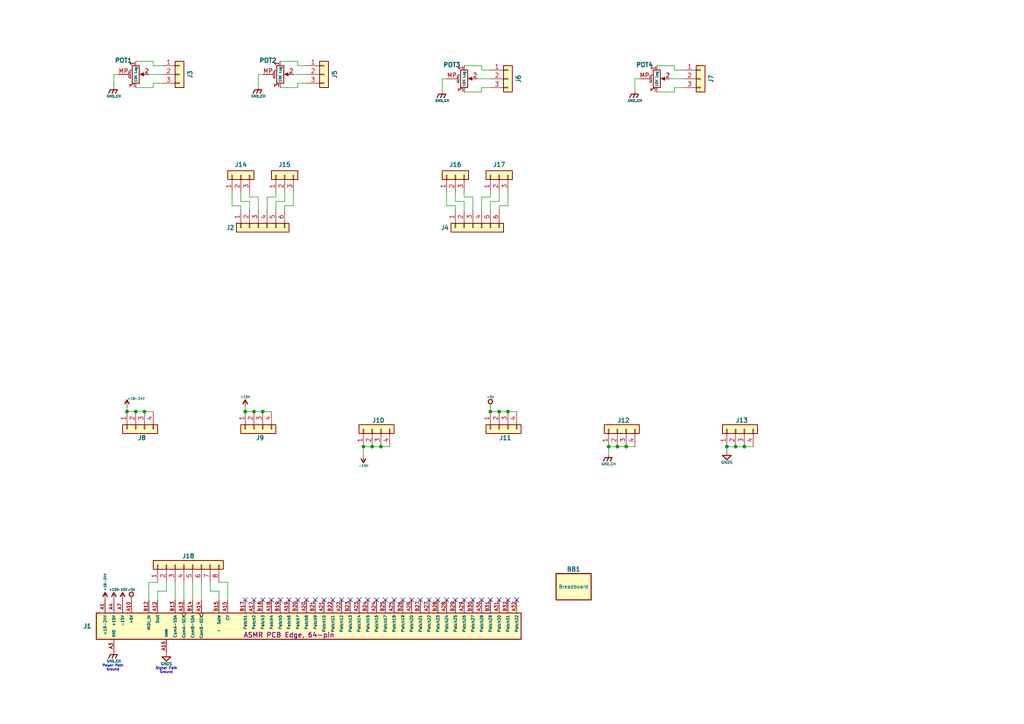
<source format=kicad_sch>
(kicad_sch (version 20250114) (generator "eeschema") (generator_version "9.0")
  (paper "A4")
  (title_block (title "DreamLand Proto Pad for ASMR") (date "2025-09-09") (rev "A") (company "by Circuit Monkey") (comment 1 "for ASMR :: Advanced Synth Module Rack") (comment 2 "Experimenters Playground PCB."))
  (lib_symbols
    (symbol "CM_Connector_Edge:ASMR-64-Edge" (in_bom no)
      (property "Reference" "J" (at -36.83 1.27 0))
      (property "Description" "ASMR PCB Edge, 64-pin" (at 20.32 -1.27 0))
      (symbol "ASMR-64-Edge_1_1"
        (rectangle (start -35.56 5.08) (end 87.63 -2.54) (stroke (width 0.3)) (fill (type background)))
        (pin power_out line (at -33.02 8.89 270) (length 3.81) (name "+18-24V") (number "A1"))
        (pin power_out line (at -33.02 8.89 270) (length 3.81) (hide yes) (name "+18-24V") (number "A2"))
        (pin power_out line (at -33.02 8.89 270) (length 3.81) (hide yes) (name "+18-24V") (number "B1"))
        (pin power_out line (at -33.02 8.89 270) (length 3.81) (hide yes) (name "+18-24V") (number "B2"))
        (pin power_out line (at -30.48 8.89 270) (length 3.81) (name "+15V") (number "A4"))
        (pin power_out line (at -30.48 8.89 270) (length 3.81) (hide yes) (name "+15V") (number "A5"))
        (pin power_out line (at -30.48 8.89 270) (length 3.81) (hide yes) (name "+15V") (number "B4"))
        (pin power_out line (at -30.48 8.89 270) (length 3.81) (hide yes) (name "+15V") (number "B5"))
        (pin power_out line (at -30.48 -6.35 90) (length 3.81) (name "GND") (number "A3"))
        (pin power_out line (at -30.48 -6.35 90) (length 3.81) (hide yes) (name "GND") (number "A6"))
        (pin power_out line (at -30.48 -6.35 90) (length 3.81) (hide yes) (name "GND") (number "A9"))
        (pin power_out line (at -30.48 -6.35 90) (length 3.81) (hide yes) (name "GND") (number "B3"))
        (pin power_out line (at -30.48 -6.35 90) (length 3.81) (hide yes) (name "GND") (number "B6"))
        (pin power_out line (at -30.48 -6.35 90) (length 3.81) (hide yes) (name "GND") (number "B9"))
        (pin power_out line (at -27.94 8.89 270) (length 3.81) (name "-15V") (number "A7"))
        (pin power_out line (at -27.94 8.89 270) (length 3.81) (hide yes) (name "-15V") (number "A8"))
        (pin power_out line (at -27.94 8.89 270) (length 3.81) (hide yes) (name "-15V") (number "B7"))
        (pin power_out line (at -27.94 8.89 270) (length 3.81) (hide yes) (name "-15V") (number "B8"))
        (pin power_out line (at -25.4 8.89 270) (length 3.81) (name "+5V") (number "A10"))
        (pin power_out line (at -25.4 8.89 270) (length 3.81) (hide yes) (name "+5V") (number "A11"))
        (pin power_out line (at -25.4 8.89 270) (length 3.81) (hide yes) (name "+5V") (number "B10"))
        (pin power_out line (at -25.4 8.89 270) (length 3.81) (hide yes) (name "+5V") (number "B11"))
        (pin output line (at -20.32 8.89 270) (length 3.81) (name "MIDI_IN") (number "B12"))
        (pin passive line (at -17.78 8.89 270) (length 3.81) (name "Slot") (number "A12"))
        (pin passive line (at -15.24 -6.35 90) (length 3.81) (name "SGND") (number "A16"))
        (pin passive line (at -15.24 -6.35 90) (length 3.81) (hide yes) (name "SGND") (number "B16"))
        (pin passive line (at -12.7 8.89 270) (length 3.81) (name "ComA-SDA") (number "B13"))
        (pin passive clock (at -10.16 8.89 270) (length 3.81) (name "ComA-SCK") (number "A13"))
        (pin passive line (at -7.62 8.89 270) (length 3.81) (name "ComB-SDA") (number "B14"))
        (pin passive clock (at -5.08 8.89 270) (length 3.81) (name "ComB-SCK") (number "A14"))
        (pin passive line (at 0 8.89 270) (length 3.81) (name "Gate") (number "B15"))
        (pin passive line (at 2.54 8.89 270) (length 3.81) (name "CV") (number "A15"))
        (pin passive line (at 7.62 8.89 270) (length 3.81) (name "Patch1") (number "B17"))
        (pin passive line (at 10.16 8.89 270) (length 3.81) (name "Patch2") (number "A17"))
        (pin passive line (at 12.7 8.89 270) (length 3.81) (name "Patch3") (number "B18"))
        (pin passive line (at 15.24 8.89 270) (length 3.81) (name "Patch4") (number "A18"))
        (pin passive line (at 17.78 8.89 270) (length 3.81) (name "Patch5") (number "B19"))
        (pin passive line (at 20.32 8.89 270) (length 3.81) (name "Patch6") (number "A19"))
        (pin passive line (at 22.86 8.89 270) (length 3.81) (name "Patch7") (number "B20"))
        (pin passive line (at 25.4 8.89 270) (length 3.81) (name "Patch8") (number "A20"))
        (pin passive line (at 27.94 8.89 270) (length 3.81) (name "Patch9") (number "B21"))
        (pin passive line (at 30.48 8.89 270) (length 3.81) (name "Patch10") (number "A21"))
        (pin passive line (at 33.02 8.89 270) (length 3.81) (name "Patch11") (number "B22"))
        (pin passive line (at 35.56 8.89 270) (length 3.81) (name "Patch12") (number "A22"))
        (pin passive line (at 38.1 8.89 270) (length 3.81) (name "Patch13") (number "B23"))
        (pin passive line (at 40.64 8.89 270) (length 3.81) (name "Patch14") (number "A23"))
        (pin passive line (at 43.18 8.89 270) (length 3.81) (name "Patch15") (number "B24"))
        (pin passive line (at 45.72 8.89 270) (length 3.81) (name "Patch16") (number "A24"))
        (pin passive line (at 48.26 8.89 270) (length 3.81) (name "Patch17") (number "B25"))
        (pin passive line (at 50.8 8.89 270) (length 3.81) (name "Patch18") (number "A25"))
        (pin passive line (at 53.34 8.89 270) (length 3.81) (name "Patch19") (number "B26"))
        (pin passive line (at 55.88 8.89 270) (length 3.81) (name "Patch20") (number "A26"))
        (pin passive line (at 58.42 8.89 270) (length 3.81) (name "Patch21") (number "B27"))
        (pin passive line (at 60.96 8.89 270) (length 3.81) (name "Patch22") (number "A27"))
        (pin passive line (at 63.5 8.89 270) (length 3.81) (name "Patch23") (number "B28"))
        (pin passive line (at 66.04 8.89 270) (length 3.81) (name "Patch24") (number "A28"))
        (pin passive line (at 68.58 8.89 270) (length 3.81) (name "Patch25") (number "B29"))
        (pin passive line (at 71.12 8.89 270) (length 3.81) (name "Patch26") (number "A29"))
        (pin passive line (at 73.66 8.89 270) (length 3.81) (name "Patch27") (number "B30"))
        (pin passive line (at 76.2 8.89 270) (length 3.81) (name "Patch28") (number "A30"))
        (pin passive line (at 78.74 8.89 270) (length 3.81) (name "Patch29") (number "B31"))
        (pin passive line (at 81.28 8.89 270) (length 3.81) (name "Patch30") (number "A31"))
        (pin passive line (at 83.82 8.89 270) (length 3.81) (name "Patch31") (number "B32"))
        (pin passive line (at 86.36 8.89 270) (length 3.81) (name "Patch32") (number "A32"))
      )
    )
    (symbol "CM_Connector_Header:BreadBaord"
      (property "Reference" "BB" (at 0 5.08 0))
      (property "Value" "Breadboard" (at 0 0 0))
      (symbol "BreadBaord_1_1"
        (rectangle (start -5.08 3.81) (end 5.08 -3.81) (stroke (width 0.33)) (fill (type background)))
      )
    )
    (symbol "CM_power:+15V" (power) (pin_numbers (hide yes)) (pin_names (offset 0) (hide yes))
      (property "Value" "+15V" (at 0 2.5 0))
      (symbol "+15V_0_1"
        (polyline (pts (xy -0.625 1) (xy 0 2.125) (xy 0.625 1)) (stroke (width 0.33)))
        (polyline (pts (xy 0 0) (xy 0 2)))
      )
      (symbol "+15V_1_1"
        (pin power_in line (at 0 0 90) (length 0) (name "~") (number "1"))
      )
    )
    (symbol "CM_power:+24V" (power) (pin_numbers (hide yes)) (pin_names (offset 0) (hide yes))
      (property "Value" "+24V" (at 0 2.5 0))
      (symbol "+24V_0_1"
        (polyline (pts (xy -0.625 1) (xy 0 2.125) (xy 0.625 1)) (stroke (width 0.33)))
        (polyline (pts (xy 0 0) (xy 0 1.75)))
      )
      (symbol "+24V_1_1"
        (polyline (pts (xy -0.25 1.5) (xy 0.25 1.5)) (stroke (width 0.3)))
        (pin power_in line (at 0 0 90) (length 0) (name "~") (number "1"))
      )
    )
    (symbol "CM_power:+5V" (power) (pin_numbers (hide yes)) (pin_names (offset 0) (hide yes))
      (property "Value" "+5V" (at 0 2.5 0))
      (symbol "+5V_0_1"
        (circle (center 0 1.625) (radius 0.625) (stroke (width 0.3)))
        (polyline (pts (xy 0 0) (xy 0 1)))
      )
      (symbol "+5V_1_1"
        (pin power_in line (at 0 0 90) (length 0) (name "~") (number "1"))
      )
    )
    (symbol "CM_power:-15V" (power) (pin_numbers (hide yes)) (pin_names (offset 0) (hide yes))
      (property "Value" "-15V" (at 0 2.5 0))
      (symbol "-15V_0_1"
        (polyline (pts (xy -0.625 1) (xy 0 2.125) (xy 0.625 1)) (stroke (width 0.33)))
        (polyline (pts (xy -0.125 1.625) (xy 0.125 1.625)) (stroke (width 0.09)))
        (polyline (pts (xy -0.125 1.375) (xy 0.125 1.375)) (stroke (width 0.09)))
        (polyline (pts (xy -0.125 1.125) (xy 0.125 1.125)) (stroke (width 0.09)))
        (polyline (pts (xy 0 0) (xy 0 2)))
      )
      (symbol "-15V_1_1"
        (pin power_in line (at 0 0 90) (length 0) (name "~") (number "1"))
      )
    )
    (symbol "CM_power:GNDS" (power) (pin_numbers (hide yes)) (pin_names (offset 0) (hide yes))
      (property "Value" "GNDS" (at 0 -3.81 0))
      (symbol "GNDS_0_1"
        (polyline (pts (xy 0 0) (xy 0 -1.25)))
        (polyline (pts (xy 0 -1.27) (xy 1.27 -1.27) (xy 0 -2.54) (xy -1.27 -1.27) (xy 0 -1.27)) (stroke (width 0.3)))
      )
      (symbol "GNDS_1_1"
        (pin power_in line (at 0 0 270) (length 0) (name "~") (number "1"))
      )
    )
    (symbol "CM_power:GND_CH" (power) (pin_numbers (hide yes)) (pin_names (offset 0) (hide yes))
      (property "Value" "GND_CH" (at 0 -2.1 0))
      (symbol "GND_CH_0_1"
        (polyline (pts (xy -1.5 -1.625) (xy -1 -0.625) (xy 1 -0.625) (xy 0.5 -1.625)) (stroke (width 0.3)))
        (polyline (pts (xy 0 -0.625) (xy -0.5 -1.625)) (stroke (width 0.3)))
        (polyline (pts (xy 0 -0.625) (xy 0 0)))
      )
      (symbol "GND_CH_1_1"
        (pin power_in line (at 0 0 270) (length 0) (name "~") (number "1"))
      )
    )
    (symbol "Connector_Generic:Conn_01x03" (pin_names (offset 1.016) (hide yes))
      (property "Reference" "J" (at 0 5.08 0))
      (property "Value" "Conn_01x03" (at 0 -5.08 0))
      (symbol "Conn_01x03_1_1"
        (rectangle (start -1.27 3.81) (end 1.27 -3.81) (stroke (width 0.254)) (fill (type background)))
        (rectangle (start -1.27 2.667) (end 0 2.413) (stroke (width 0.1524)))
        (rectangle (start -1.27 0.127) (end 0 -0.127) (stroke (width 0.1524)))
        (rectangle (start -1.27 -2.413) (end 0 -2.667) (stroke (width 0.1524)))
        (pin passive line (at -5.08 2.54 0) (length 3.81) (name "Pin_1") (number "1"))
        (pin passive line (at -5.08 0 0) (length 3.81) (name "Pin_2") (number "2"))
        (pin passive line (at -5.08 -2.54 0) (length 3.81) (name "Pin_3") (number "3"))
      )
    )
    (symbol "Connector_Generic:Conn_01x04" (pin_names (offset 1.016) (hide yes))
      (property "Reference" "J" (at 0 5.08 0))
      (property "Value" "Conn_01x04" (at 0 -7.62 0))
      (symbol "Conn_01x04_1_1"
        (rectangle (start -1.27 3.81) (end 1.27 -6.35) (stroke (width 0.254)) (fill (type background)))
        (rectangle (start -1.27 2.667) (end 0 2.413) (stroke (width 0.1524)))
        (rectangle (start -1.27 0.127) (end 0 -0.127) (stroke (width 0.1524)))
        (rectangle (start -1.27 -2.413) (end 0 -2.667) (stroke (width 0.1524)))
        (rectangle (start -1.27 -4.953) (end 0 -5.207) (stroke (width 0.1524)))
        (pin passive line (at -5.08 2.54 0) (length 3.81) (name "Pin_1") (number "1"))
        (pin passive line (at -5.08 0 0) (length 3.81) (name "Pin_2") (number "2"))
        (pin passive line (at -5.08 -2.54 0) (length 3.81) (name "Pin_3") (number "3"))
        (pin passive line (at -5.08 -5.08 0) (length 3.81) (name "Pin_4") (number "4"))
      )
    )
    (symbol "Connector_Generic:Conn_01x06" (pin_names (offset 1.016) (hide yes))
      (property "Reference" "J" (at 0 7.62 0))
      (property "Value" "Conn_01x06" (at 0 -10.16 0))
      (symbol "Conn_01x06_1_1"
        (rectangle (start -1.27 6.35) (end 1.27 -8.89) (stroke (width 0.254)) (fill (type background)))
        (rectangle (start -1.27 5.207) (end 0 4.953) (stroke (width 0.1524)))
        (rectangle (start -1.27 2.667) (end 0 2.413) (stroke (width 0.1524)))
        (rectangle (start -1.27 0.127) (end 0 -0.127) (stroke (width 0.1524)))
        (rectangle (start -1.27 -2.413) (end 0 -2.667) (stroke (width 0.1524)))
        (rectangle (start -1.27 -4.953) (end 0 -5.207) (stroke (width 0.1524)))
        (rectangle (start -1.27 -7.493) (end 0 -7.747) (stroke (width 0.1524)))
        (pin passive line (at -5.08 5.08 0) (length 3.81) (name "Pin_1") (number "1"))
        (pin passive line (at -5.08 2.54 0) (length 3.81) (name "Pin_2") (number "2"))
        (pin passive line (at -5.08 0 0) (length 3.81) (name "Pin_3") (number "3"))
        (pin passive line (at -5.08 -2.54 0) (length 3.81) (name "Pin_4") (number "4"))
        (pin passive line (at -5.08 -5.08 0) (length 3.81) (name "Pin_5") (number "5"))
        (pin passive line (at -5.08 -7.62 0) (length 3.81) (name "Pin_6") (number "6"))
      )
    )
    (symbol "Connector_Generic:Conn_01x08" (pin_names (offset 1.016) (hide yes))
      (property "Reference" "J" (at 0 10.16 0))
      (property "Value" "Conn_01x08" (at 0 -12.7 0))
      (symbol "Conn_01x08_1_1"
        (rectangle (start -1.27 8.89) (end 1.27 -11.43) (stroke (width 0.254)) (fill (type background)))
        (rectangle (start -1.27 7.747) (end 0 7.493) (stroke (width 0.1524)))
        (rectangle (start -1.27 5.207) (end 0 4.953) (stroke (width 0.1524)))
        (rectangle (start -1.27 2.667) (end 0 2.413) (stroke (width 0.1524)))
        (rectangle (start -1.27 0.127) (end 0 -0.127) (stroke (width 0.1524)))
        (rectangle (start -1.27 -2.413) (end 0 -2.667) (stroke (width 0.1524)))
        (rectangle (start -1.27 -4.953) (end 0 -5.207) (stroke (width 0.1524)))
        (rectangle (start -1.27 -7.493) (end 0 -7.747) (stroke (width 0.1524)))
        (rectangle (start -1.27 -10.033) (end 0 -10.287) (stroke (width 0.1524)))
        (pin passive line (at -5.08 7.62 0) (length 3.81) (name "Pin_1") (number "1"))
        (pin passive line (at -5.08 5.08 0) (length 3.81) (name "Pin_2") (number "2"))
        (pin passive line (at -5.08 2.54 0) (length 3.81) (name "Pin_3") (number "3"))
        (pin passive line (at -5.08 0 0) (length 3.81) (name "Pin_4") (number "4"))
        (pin passive line (at -5.08 -2.54 0) (length 3.81) (name "Pin_5") (number "5"))
        (pin passive line (at -5.08 -5.08 0) (length 3.81) (name "Pin_6") (number "6"))
        (pin passive line (at -5.08 -7.62 0) (length 3.81) (name "Pin_7") (number "7"))
        (pin passive line (at -5.08 -10.16 0) (length 3.81) (name "Pin_8") (number "8"))
      )
    )
    (symbol "Device:R_Potentiometer_MountingPin" (pin_names (offset 1.016) (hide yes))
      (property "Reference" "RV" (at -8.255 0 90))
      (property "Value" "R_Potentiometer_MountingPin" (at -6.35 0 90))
      (symbol "R_Potentiometer_MountingPin_0_1"
        (rectangle (start 1.016 2.54) (end -1.016 -2.54) (stroke (width 0.254)))
        (polyline (pts (xy 1.143 0) (xy 2.286 0.508) (xy 2.286 -0.508)) (fill (type outline)))
        (polyline (pts (xy 2.54 0) (xy 1.524 0)))
      )
      (symbol "R_Potentiometer_MountingPin_1_1"
        (polyline (pts (xy -2.032 1.016) (xy -2.032 -1.016)) (stroke (width 0.1524)))
        (text "Mounting" (at -1.651 0 900) (effects (font (size 0.381 0.381))))
        (pin passive line (at -5.08 0 0) (length 3.048) (name "MountPin") (number "MP"))
        (pin passive line (at 0 3.81 270) (length 1.27) (name "1") (number "1"))
        (pin passive line (at 0 -3.81 90) (length 1.27) (name "3") (number "3"))
        (pin passive line (at 3.81 0 180) (length 1.27) (name "2") (number "2"))
      )
    )
  )
  (text "Power Path\nGround" (at 32.766 192.786 0) (effects (font (size 0.7 0.7)) (justify top)))
  (text "Signal Path\nGround" (at 48.26 193.548 0) (effects (font (size 0.7 0.7)) (justify top)))
  (junction (at 144.78 119.38))
  (junction (at 110.49 129.54))
  (junction (at 107.95 129.54))
  (junction (at 76.2 119.38))
  (junction (at 39.37 119.38))
  (junction (at 147.32 119.38))
  (junction (at 105.41 129.54))
  (junction (at 176.53 129.54))
  (junction (at 181.61 129.54))
  (junction (at 73.66 119.38))
  (junction (at 142.24 119.38))
  (junction (at 71.12 119.38))
  (junction (at 213.36 129.54))
  (junction (at 36.83 119.38))
  (junction (at 210.82 129.54))
  (junction (at 215.9 129.54))
  (junction (at 179.07 129.54))
  (junction (at 41.91 119.38))
  (no_connect (at 137.16 173.99))
  (no_connect (at 78.74 173.99))
  (no_connect (at 134.62 173.99))
  (no_connect (at 99.06 173.99))
  (no_connect (at 104.14 173.99))
  (no_connect (at 142.24 173.99))
  (no_connect (at 106.68 173.99))
  (no_connect (at 73.66 173.99))
  (no_connect (at 121.92 173.99))
  (no_connect (at 149.86 173.99))
  (no_connect (at 129.54 173.99))
  (no_connect (at 116.84 173.99))
  (no_connect (at 111.76 173.99))
  (no_connect (at 93.98 173.99))
  (no_connect (at 132.08 173.99))
  (no_connect (at 101.6 173.99))
  (no_connect (at 86.36 173.99))
  (no_connect (at 109.22 173.99))
  (no_connect (at 88.9 173.99))
  (no_connect (at 147.32 173.99))
  (no_connect (at 71.12 173.99))
  (no_connect (at 76.2 173.99))
  (no_connect (at 81.28 173.99))
  (no_connect (at 96.52 173.99))
  (no_connect (at 119.38 173.99))
  (no_connect (at 124.46 173.99))
  (no_connect (at 127 173.99))
  (no_connect (at 144.78 173.99))
  (no_connect (at 139.7 173.99))
  (no_connect (at 91.44 173.99))
  (no_connect (at 83.82 173.99))
  (no_connect (at 114.3 173.99))
  (wire (pts (xy 134.62 26.67) (xy 139.7 26.67)))
  (wire (pts (xy 128.27 22.86) (xy 128.27 26.67)))
  (wire (pts (xy 74.93 21.59) (xy 74.93 25.4)))
  (wire (pts (xy 139.7 19.05) (xy 139.7 20.32)))
  (wire (pts (xy 184.15 22.86) (xy 184.15 26.67)))
  (wire (pts (xy 81.28 17.78) (xy 86.36 17.78)))
  (wire (pts (xy 105.41 129.54) (xy 105.41 132.08)))
  (wire (pts (xy 129.54 59.69) (xy 132.08 59.69)))
  (wire (pts (xy 194.31 22.86) (xy 198.12 22.86)))
  (wire (pts (xy 48.26 168.91) (xy 48.26 171.45)))
  (wire (pts (xy 33.02 21.59) (xy 33.02 25.4)))
  (wire (pts (xy 85.09 55.88) (xy 85.09 59.69)))
  (wire (pts (xy 139.7 20.32) (xy 142.24 20.32)))
  (wire (pts (xy 132.08 58.42) (xy 134.62 58.42)))
  (wire (pts (xy 142.24 55.88) (xy 142.24 57.15)))
  (wire (pts (xy 195.58 25.4) (xy 198.12 25.4)))
  (wire (pts (xy 132.08 55.88) (xy 132.08 58.42)))
  (wire (pts (xy 39.37 25.4) (xy 44.45 25.4)))
  (wire (pts (xy 142.24 118.11) (xy 142.24 119.38)))
  (wire (pts (xy 69.85 58.42) (xy 72.39 58.42)))
  (wire (pts (xy 44.45 24.13) (xy 46.99 24.13)))
  (wire (pts (xy 55.88 168.91) (xy 55.88 173.99)))
  (wire (pts (xy 176.53 129.54) (xy 176.53 132.08)))
  (wire (pts (xy 144.78 58.42) (xy 142.24 58.42)))
  (wire (pts (xy 69.85 59.69) (xy 69.85 60.96)))
  (wire (pts (xy 45.72 168.91) (xy 43.18 168.91)))
  (wire (pts (xy 139.7 57.15) (xy 139.7 60.96)))
  (wire (pts (xy 142.24 57.15) (xy 139.7 57.15)))
  (wire (pts (xy 43.18 21.59) (xy 46.99 21.59)))
  (wire (pts (xy 132.08 59.69) (xy 132.08 60.96)))
  (wire (pts (xy 67.31 55.88) (xy 67.31 59.69)))
  (wire (pts (xy 53.34 168.91) (xy 53.34 173.99)))
  (wire (pts (xy 85.09 59.69) (xy 82.55 59.69)))
  (wire (pts (xy 185.42 22.86) (xy 184.15 22.86)))
  (wire (pts (xy 195.58 26.67) (xy 195.58 25.4)))
  (wire (pts (xy 86.36 17.78) (xy 86.36 19.05)))
  (wire (pts (xy 142.24 58.42) (xy 142.24 60.96)))
  (wire (pts (xy 190.5 26.67) (xy 195.58 26.67)))
  (wire (pts (xy 71.12 119.38) (xy 73.66 119.38)))
  (wire (pts (xy 139.7 25.4) (xy 142.24 25.4)))
  (wire (pts (xy 195.58 20.32) (xy 198.12 20.32)))
  (wire (pts (xy 134.62 19.05) (xy 139.7 19.05)))
  (wire (pts (xy 50.8 168.91) (xy 50.8 173.99)))
  (wire (pts (xy 139.7 26.67) (xy 139.7 25.4)))
  (wire (pts (xy 63.5 168.91) (xy 66.04 168.91)))
  (wire (pts (xy 210.82 129.54) (xy 210.82 130.81)))
  (wire (pts (xy 86.36 24.13) (xy 88.9 24.13)))
  (wire (pts (xy 176.53 129.54) (xy 179.07 129.54)))
  (wire (pts (xy 134.62 58.42) (xy 134.62 60.96)))
  (wire (pts (xy 181.61 129.54) (xy 184.15 129.54)))
  (wire (pts (xy 77.47 57.15) (xy 77.47 60.96)))
  (wire (pts (xy 144.78 59.69) (xy 144.78 60.96)))
  (wire (pts (xy 82.55 55.88) (xy 82.55 58.42)))
  (wire (pts (xy 195.58 19.05) (xy 195.58 20.32)))
  (wire (pts (xy 74.93 57.15) (xy 74.93 60.96)))
  (wire (pts (xy 81.28 25.4) (xy 86.36 25.4)))
  (wire (pts (xy 67.31 59.69) (xy 69.85 59.69)))
  (wire (pts (xy 60.96 171.45) (xy 63.5 171.45)))
  (wire (pts (xy 129.54 55.88) (xy 129.54 59.69)))
  (wire (pts (xy 60.96 168.91) (xy 60.96 171.45)))
  (wire (pts (xy 82.55 59.69) (xy 82.55 60.96)))
  (wire (pts (xy 142.24 119.38) (xy 144.78 119.38)))
  (wire (pts (xy 63.5 171.45) (xy 63.5 173.99)))
  (wire (pts (xy 72.39 55.88) (xy 72.39 57.15)))
  (wire (pts (xy 105.41 129.54) (xy 107.95 129.54)))
  (wire (pts (xy 86.36 25.4) (xy 86.36 24.13)))
  (wire (pts (xy 213.36 129.54) (xy 215.9 129.54)))
  (wire (pts (xy 144.78 55.88) (xy 144.78 58.42)))
  (wire (pts (xy 110.49 129.54) (xy 113.03 129.54)))
  (wire (pts (xy 134.62 55.88) (xy 134.62 57.15)))
  (wire (pts (xy 41.91 119.38) (xy 44.45 119.38)))
  (wire (pts (xy 86.36 19.05) (xy 88.9 19.05)))
  (wire (pts (xy 147.32 59.69) (xy 144.78 59.69)))
  (wire (pts (xy 190.5 19.05) (xy 195.58 19.05)))
  (wire (pts (xy 85.09 21.59) (xy 88.9 21.59)))
  (wire (pts (xy 210.82 129.54) (xy 213.36 129.54)))
  (wire (pts (xy 137.16 57.15) (xy 137.16 60.96)))
  (wire (pts (xy 48.26 171.45) (xy 45.72 171.45)))
  (wire (pts (xy 80.01 58.42) (xy 80.01 60.96)))
  (wire (pts (xy 44.45 17.78) (xy 44.45 19.05)))
  (wire (pts (xy 43.18 168.91) (xy 43.18 173.99)))
  (wire (pts (xy 36.83 119.38) (xy 39.37 119.38)))
  (wire (pts (xy 134.62 57.15) (xy 137.16 57.15)))
  (wire (pts (xy 144.78 119.38) (xy 147.32 119.38)))
  (wire (pts (xy 34.29 21.59) (xy 33.02 21.59)))
  (wire (pts (xy 73.66 119.38) (xy 76.2 119.38)))
  (wire (pts (xy 179.07 129.54) (xy 181.61 129.54)))
  (wire (pts (xy 69.85 55.88) (xy 69.85 58.42)))
  (wire (pts (xy 80.01 55.88) (xy 80.01 57.15)))
  (wire (pts (xy 44.45 25.4) (xy 44.45 24.13)))
  (wire (pts (xy 44.45 19.05) (xy 46.99 19.05)))
  (wire (pts (xy 80.01 57.15) (xy 77.47 57.15)))
  (wire (pts (xy 129.54 22.86) (xy 128.27 22.86)))
  (wire (pts (xy 39.37 17.78) (xy 44.45 17.78)))
  (wire (pts (xy 58.42 168.91) (xy 58.42 173.99)))
  (wire (pts (xy 76.2 119.38) (xy 78.74 119.38)))
  (wire (pts (xy 66.04 168.91) (xy 66.04 173.99)))
  (wire (pts (xy 72.39 58.42) (xy 72.39 60.96)))
  (wire (pts (xy 39.37 119.38) (xy 41.91 119.38)))
  (wire (pts (xy 71.12 118.11) (xy 71.12 119.38)))
  (wire (pts (xy 147.32 119.38) (xy 149.86 119.38)))
  (wire (pts (xy 147.32 55.88) (xy 147.32 59.69)))
  (wire (pts (xy 72.39 57.15) (xy 74.93 57.15)))
  (wire (pts (xy 215.9 129.54) (xy 218.44 129.54)))
  (wire (pts (xy 76.2 21.59) (xy 74.93 21.59)))
  (wire (pts (xy 36.83 118.11) (xy 36.83 119.38)))
  (wire (pts (xy 138.43 22.86) (xy 142.24 22.86)))
  (wire (pts (xy 45.72 171.45) (xy 45.72 173.99)))
  (wire (pts (xy 82.55 58.42) (xy 80.01 58.42)))
  (wire (pts (xy 107.95 129.54) (xy 110.49 129.54)))
  (symbol (lib_id "CM_power:GND_CH") (at 33.02 189.23 0) (unit 1)
    (property "Reference" "#PWR05" (effects (hide yes)))
    (property "Value" "GND_CH" (at 33.02 191.33 0) (effects (font (size 0.7 0.7)) (justify top)))
    (property "Description" "Power symbol creates a global label with name \"GND\" , ground" (effects (hide yes)))
  )
  (symbol (lib_id "Connector_Generic:Conn_01x03") (at 203.2 22.86 0) (unit 1)
    (property "Reference" "J7" (at 206.248 22.86 90) (effects (font (thickness 0.254) (bold yes))))
    (property "Value" "Conn_01x03" (effects (hide yes)))
    (property "Footprint" "Connector_PinSocket_2.54mm:PinSocket_1x03_P2.54mm_Vertical" (effects (hide yes)))
    (property "Description" "Generic connector, single row, 01x03, script generated (kicad-library-utils/schlib/autogen/connector/)" (effects (hide yes)))
  )
  (symbol (lib_id "CM_power:-15V") (at 35.56 173.99 0) (unit 1)
    (property "Reference" "#PWR02" (effects (hide yes)))
    (property "Value" "-15V" (at 35.56 171.45 0) (effects (font (size 0.7 0.7) (thickness 0.14) (bold yes)) (justify bottom)))
    (property "Description" "Power symbol creates a global label with name \"-15V\"" (effects (hide yes)))
  )
  (symbol (lib_id "Connector_Generic:Conn_01x03") (at 82.55 50.8 90) (unit 1)
    (property "Reference" "J15" (at 82.55 47.752 90) (effects (font (thickness 0.254) (bold yes))))
    (property "Value" "Conn_01x03" (effects (hide yes)))
    (property "Footprint" "Connector_PinHeader_2.54mm:PinHeader_1x03_P2.54mm_Vertical" (effects (hide yes)))
    (property "Description" "Generic connector, single row, 01x03, script generated (kicad-library-utils/schlib/autogen/connector/)" (effects (hide yes)))
  )
  (symbol (lib_id "CM_power:+15V") (at 71.12 118.11 0) (unit 1)
    (property "Reference" "#PWR013" (effects (hide yes)))
    (property "Value" "+15V" (at 71.12 115.57 0) (effects (font (size 0.7 0.7) (thickness 0.14) (bold yes)) (justify bottom)))
    (property "Description" "Power symbol creates a global label with name \"+15V\"" (effects (hide yes)))
  )
  (symbol (lib_id "CM_power:GND_CH") (at 74.93 25.4 0) (unit 1)
    (property "Reference" "#PWR09" (effects (hide yes)))
    (property "Value" "GND_CH" (at 74.93 27.5 0) (effects (font (size 0.7 0.7)) (justify top)))
    (property "Description" "Power symbol creates a global label with name \"GND\" , ground" (effects (hide yes)))
  )
  (symbol (lib_id "Device:R_Potentiometer_MountingPin") (at 39.37 21.59 0) (unit 1)
    (property "Reference" "POT1" (at 35.814 17.526 0) (effects (font (thickness 0.254) (bold yes))))
    (property "Value" "10K Log" (at 39.37 21.59 90) (effects (font (size 0.7 0.7))))
    (property "Footprint" "CM_Resistor_Capacitor:pot-thd-ra-11mm" (effects (hide yes)))
    (property "Description" "Potentiometer with a mounting pin" (effects (hide yes)))
  )
  (symbol (lib_id "Connector_Generic:Conn_01x03") (at 132.08 50.8 90) (unit 1)
    (property "Reference" "J16" (at 132.08 47.752 90) (effects (font (thickness 0.254) (bold yes))))
    (property "Value" "Conn_01x03" (effects (hide yes)))
    (property "Footprint" "Connector_PinHeader_2.54mm:PinHeader_1x03_P2.54mm_Vertical" (effects (hide yes)))
    (property "Description" "Generic connector, single row, 01x03, script generated (kicad-library-utils/schlib/autogen/connector/)" (effects (hide yes)))
  )
  (symbol (lib_id "CM_power:+5V") (at 142.24 118.11 0) (unit 1)
    (property "Reference" "#PWR015" (effects (hide yes)))
    (property "Value" "+5V" (at 142.24 115.61 0) (effects (font (size 0.7 0.7) (thickness 0.14) (bold yes)) (justify bottom)))
    (property "Description" "Power symbol creates a global label with name \"5V\"" (effects (hide yes)))
  )
  (symbol (lib_id "CM_power:GND_CH") (at 128.27 26.67 0) (unit 1)
    (property "Reference" "#PWR010" (effects (hide yes)))
    (property "Value" "GND_CH" (at 128.27 28.77 0) (effects (font (size 0.7 0.7)) (justify top)))
    (property "Description" "Power symbol creates a global label with name \"GND\" , ground" (effects (hide yes)))
  )
  (symbol (lib_id "Connector_Generic:Conn_01x03") (at 144.78 50.8 90) (unit 1)
    (property "Reference" "J17" (at 144.78 47.752 90) (effects (font (thickness 0.254) (bold yes))))
    (property "Value" "Conn_01x03" (effects (hide yes)))
    (property "Footprint" "Connector_PinHeader_2.54mm:PinHeader_1x03_P2.54mm_Vertical" (effects (hide yes)))
    (property "Description" "Generic connector, single row, 01x03, script generated (kicad-library-utils/schlib/autogen/connector/)" (effects (hide yes)))
  )
  (symbol (lib_id "Connector_Generic:Conn_01x04") (at 144.78 124.46 90) (mirror x) (unit 1)
    (property "Reference" "J11" (at 146.558 127 90) (effects (font (thickness 0.254) (bold yes))))
    (property "Value" "Conn_01x10" (effects (hide yes)))
    (property "Footprint" "Connector_PinSocket_2.54mm:PinSocket_1x04_P2.54mm_Vertical" (effects (hide yes)))
    (property "Description" "Generic connector, single row, 01x04, script generated (kicad-library-utils/schlib/autogen/connector/)" (effects (hide yes)))
  )
  (symbol (lib_id "CM_power:GND_CH") (at 176.53 132.08 0) (unit 1)
    (property "Reference" "#PWR016" (effects (hide yes)))
    (property "Value" "GND_CH" (at 176.53 134.18 0) (effects (font (size 0.7 0.7)) (justify top)))
    (property "Description" "Power symbol creates a global label with name \"GND\" , ground" (effects (hide yes)))
  )
  (symbol (lib_id "CM_power:GND_CH") (at 33.02 25.4 0) (unit 1)
    (property "Reference" "#PWR08" (effects (hide yes)))
    (property "Value" "GND_CH" (at 33.02 27.5 0) (effects (font (size 0.7 0.7)) (justify top)))
    (property "Description" "Power symbol creates a global label with name \"GND\" , ground" (effects (hide yes)))
  )
  (symbol (lib_id "CM_power:GNDS") (at 210.82 130.81 0) (unit 1)
    (property "Reference" "#PWR017" (effects (hide yes)))
    (property "Value" "GNDS" (at 210.82 134.112 0) (effects (font (size 0.8 0.8))))
    (property "Description" "Power symbol creates a global label with name \"GNDS\" , signal ground" (effects (hide yes)))
  )
  (symbol (lib_id "Connector_Generic:Conn_01x03") (at 69.85 50.8 90) (unit 1)
    (property "Reference" "J14" (at 69.85 47.752 90) (effects (font (thickness 0.254) (bold yes))))
    (property "Value" "Conn_01x03" (effects (hide yes)))
    (property "Footprint" "Connector_PinHeader_2.54mm:PinHeader_1x03_P2.54mm_Vertical" (effects (hide yes)))
    (property "Description" "Generic connector, single row, 01x03, script generated (kicad-library-utils/schlib/autogen/connector/)" (effects (hide yes)))
  )
  (symbol (lib_id "Device:R_Potentiometer_MountingPin") (at 134.62 22.86 0) (unit 1)
    (property "Reference" "POT3" (at 131.064 18.796 0) (effects (font (thickness 0.254) (bold yes))))
    (property "Value" "10K Log" (at 134.62 22.86 90) (effects (font (size 0.7 0.7))))
    (property "Footprint" "CM_Resistor_Capacitor:pot-thd-ra-11mm" (effects (hide yes)))
    (property "Description" "Potentiometer with a mounting pin" (effects (hide yes)))
  )
  (symbol (lib_id "Connector_Generic:Conn_01x04") (at 179.07 124.46 90) (unit 1)
    (property "Reference" "J12" (at 180.848 121.92 90) (effects (font (thickness 0.254) (bold yes))))
    (property "Value" "Conn_01x10" (effects (hide yes)))
    (property "Footprint" "Connector_PinSocket_2.54mm:PinSocket_1x04_P2.54mm_Vertical" (effects (hide yes)))
    (property "Description" "Generic connector, single row, 01x04, script generated (kicad-library-utils/schlib/autogen/connector/)" (effects (hide yes)))
  )
  (symbol (lib_id "Connector_Generic:Conn_01x04") (at 213.36 124.46 90) (unit 1)
    (property "Reference" "J13" (at 215.138 121.92 90) (effects (font (thickness 0.254) (bold yes))))
    (property "Value" "Conn_01x10" (effects (hide yes)))
    (property "Footprint" "Connector_PinSocket_2.54mm:PinSocket_1x04_P2.54mm_Vertical" (effects (hide yes)))
    (property "Description" "Generic connector, single row, 01x04, script generated (kicad-library-utils/schlib/autogen/connector/)" (effects (hide yes)))
  )
  (symbol (lib_id "Connector_Generic:Conn_01x06") (at 74.93 66.04 90) (mirror x) (unit 1)
    (property "Reference" "J2" (at 66.802 66.04 90) (effects (font (thickness 0.254) (bold yes))))
    (property "Value" "Conn_01x06" (effects (hide yes)))
    (property "Footprint" "Connector_PinSocket_2.54mm:PinSocket_1x06_P2.54mm_Vertical" (effects (hide yes)))
    (property "Description" "Generic connector, single row, 01x06, script generated (kicad-library-utils/schlib/autogen/connector/)" (effects (hide yes)))
  )
  (symbol (lib_id "CM_power:+15V") (at 33.02 173.99 0) (unit 1)
    (property "Reference" "#PWR01" (effects (hide yes)))
    (property "Value" "+15V" (at 33.02 171.45 0) (effects (font (size 0.7 0.7) (thickness 0.14) (bold yes)) (justify bottom)))
    (property "Description" "Power symbol creates a global label with name \"+15V\"" (effects (hide yes)))
  )
  (symbol (lib_id "Connector_Generic:Conn_01x03") (at 52.07 21.59 0) (unit 1)
    (property "Reference" "J3" (at 55.118 21.59 90) (effects (font (thickness 0.254) (bold yes))))
    (property "Value" "Conn_01x03" (effects (hide yes)))
    (property "Footprint" "Connector_PinSocket_2.54mm:PinSocket_1x03_P2.54mm_Vertical" (effects (hide yes)))
    (property "Description" "Generic connector, single row, 01x03, script generated (kicad-library-utils/schlib/autogen/connector/)" (effects (hide yes)))
  )
  (symbol (lib_id "CM_power:-15V") (at 105.41 132.08 180) (unit 1)
    (property "Reference" "#PWR014" (effects (hide yes)))
    (property "Value" "-15V" (at 105.41 134.62 0) (effects (font (size 0.7 0.7) (thickness 0.14) (bold yes)) (justify bottom)))
    (property "Description" "Power symbol creates a global label with name \"-15V\"" (effects (hide yes)))
  )
  (symbol (lib_id "CM_power:GNDS") (at 48.26 189.23 0) (unit 1)
    (property "Reference" "#PWR03" (effects (hide yes)))
    (property "Value" "GNDS" (at 48.26 192.532 0) (effects (font (size 0.8 0.8))))
    (property "Description" "Power symbol creates a global label with name \"GNDS\" , signal ground" (effects (hide yes)))
  )
  (symbol (lib_id "CM_power:+24V") (at 36.83 118.11 0) (unit 1)
    (property "Reference" "#PWR012" (effects (hide yes)))
    (property "Value" "+18-24V" (at 36.83 115.61 0) (effects (font (size 0.7 0.7) (thickness 0.14) (bold yes)) (justify left)))
    (property "Description" "Power symbol creates a global label with name \"+24V\"" (effects (hide yes)))
  )
  (symbol (lib_id "CM_power:GND_CH") (at 184.15 26.67 0) (unit 1)
    (property "Reference" "#PWR011" (effects (hide yes)))
    (property "Value" "GND_CH" (at 184.15 28.77 0) (effects (font (size 0.7 0.7)) (justify top)))
    (property "Description" "Power symbol creates a global label with name \"GND\" , ground" (effects (hide yes)))
  )
  (symbol (lib_id "CM_power:+24V") (at 30.48 173.99 0) (unit 1)
    (property "Reference" "#PWR7" (effects (hide yes)))
    (property "Value" "+18-24V" (at 30.48 171.49 90) (effects (font (size 0.7 0.7) (thickness 0.14) (bold yes)) (justify left)))
    (property "Description" "Power symbol creates a global label with name \"+24V\"" (effects (hide yes)))
  )
  (symbol (lib_id "Device:R_Potentiometer_MountingPin") (at 81.28 21.59 0) (unit 1)
    (property "Reference" "POT2" (at 77.724 17.526 0) (effects (font (thickness 0.254) (bold yes))))
    (property "Value" "10K Log" (at 81.28 21.59 90) (effects (font (size 0.7 0.7))))
    (property "Footprint" "CM_Resistor_Capacitor:pot-thd-ra-11mm" (effects (hide yes)))
    (property "Description" "Potentiometer with a mounting pin" (effects (hide yes)))
  )
  (symbol (lib_id "CM_Connector_Header:BreadBaord") (at 166.37 170.18 0) (unit 1)
    (property "Reference" "BB1" (at 166.37 165.1 0) (effects (font (thickness 0.254) (bold yes))))
    (property "Value" "Breadboard" (at 166.37 170.18 0) (effects (font (size 1 1))))
    (property "Footprint" "CM_Connector_Header:breadboard-84x55" (effects (hide yes)))
    (property "Description" "Bread Board, 84x55mm x 8.5mm, stick-on" (effects (hide yes)))
    (property "MPN" "Tayda A-1427 (or similar)" (effects (hide yes)))
    (property "MFR" "Tayda" (effects (hide yes)))
  )
  (symbol (lib_id "Connector_Generic:Conn_01x03") (at 93.98 21.59 0) (unit 1)
    (property "Reference" "J5" (at 97.028 21.59 90) (effects (font (thickness 0.254) (bold yes))))
    (property "Value" "Conn_01x03" (effects (hide yes)))
    (property "Footprint" "Connector_PinSocket_2.54mm:PinSocket_1x03_P2.54mm_Vertical" (effects (hide yes)))
    (property "Description" "Generic connector, single row, 01x03, script generated (kicad-library-utils/schlib/autogen/connector/)" (effects (hide yes)))
  )
  (symbol (lib_id "Connector_Generic:Conn_01x08") (at 53.34 163.83 90) (unit 1)
    (property "Reference" "J18" (at 54.61 161.29 90) (effects (font (thickness 0.254) (bold yes))))
    (property "Value" "Conn_01x08" (effects (hide yes)))
    (property "Footprint" "Connector_PinSocket_2.54mm:PinSocket_1x08_P2.54mm_Vertical" (effects (hide yes)))
    (property "Description" "Generic connector, single row, 01x08, script generated (kicad-library-utils/schlib/autogen/connector/)" (effects (hide yes)))
  )
  (symbol (lib_id "Device:R_Potentiometer_MountingPin") (at 190.5 22.86 0) (unit 1)
    (property "Reference" "POT4" (at 186.944 18.796 0) (effects (font (thickness 0.254) (bold yes))))
    (property "Value" "10K Log" (at 190.5 22.86 90) (effects (font (size 0.7 0.7))))
    (property "Footprint" "CM_Resistor_Capacitor:pot-thd-ra-11mm" (effects (hide yes)))
    (property "Description" "Potentiometer with a mounting pin" (effects (hide yes)))
  )
  (symbol (lib_id "CM_power:+5V") (at 38.1 173.99 0) (unit 1)
    (property "Reference" "#PWR4" (effects (hide yes)))
    (property "Value" "+5V" (at 38.1 171.49 0) (effects (font (size 0.7 0.7) (thickness 0.14) (bold yes)) (justify bottom)))
    (property "Description" "Power symbol creates a global label with name \"5V\"" (effects (hide yes)))
  )
  (symbol (lib_id "Connector_Generic:Conn_01x06") (at 137.16 66.04 90) (mirror x) (unit 1)
    (property "Reference" "J4" (at 129.032 66.04 90) (effects (font (thickness 0.254) (bold yes))))
    (property "Value" "Conn_01x06" (effects (hide yes)))
    (property "Footprint" "Connector_PinSocket_2.54mm:PinSocket_1x06_P2.54mm_Vertical" (effects (hide yes)))
    (property "Description" "Generic connector, single row, 01x06, script generated (kicad-library-utils/schlib/autogen/connector/)" (effects (hide yes)))
  )
  (symbol (lib_id "Connector_Generic:Conn_01x04") (at 73.66 124.46 90) (mirror x) (unit 1)
    (property "Reference" "J9" (at 75.438 127 90) (effects (font (thickness 0.254) (bold yes))))
    (property "Value" "Conn_01x10" (effects (hide yes)))
    (property "Footprint" "Connector_PinSocket_2.54mm:PinSocket_1x04_P2.54mm_Vertical" (effects (hide yes)))
    (property "Description" "Generic connector, single row, 01x04, script generated (kicad-library-utils/schlib/autogen/connector/)" (effects (hide yes)))
  )
  (symbol (lib_id "Connector_Generic:Conn_01x04") (at 39.37 124.46 90) (mirror x) (unit 1)
    (property "Reference" "J8" (at 41.148 127 90) (effects (font (thickness 0.254) (bold yes))))
    (property "Value" "Conn_01x10" (effects (hide yes)))
    (property "Footprint" "Connector_PinSocket_2.54mm:PinSocket_1x04_P2.54mm_Vertical" (effects (hide yes)))
    (property "Description" "Generic connector, single row, 01x04, script generated (kicad-library-utils/schlib/autogen/connector/)" (effects (hide yes)))
  )
  (symbol (lib_id "Connector_Generic:Conn_01x03") (at 147.32 22.86 0) (unit 1)
    (property "Reference" "J6" (at 150.368 22.86 90) (effects (font (thickness 0.254) (bold yes))))
    (property "Value" "Conn_01x03" (effects (hide yes)))
    (property "Footprint" "Connector_PinSocket_2.54mm:PinSocket_1x03_P2.54mm_Vertical" (effects (hide yes)))
    (property "Description" "Generic connector, single row, 01x03, script generated (kicad-library-utils/schlib/autogen/connector/)" (effects (hide yes)))
  )
  (symbol (lib_id "CM_Connector_Edge:ASMR-64-Edge") (at 63.5 182.88 0) (unit 1) (in_bom no)
    (property "Reference" "J1" (at 26.67 181.61 0) (effects (font (thickness 0.254) (bold yes)) (justify right)))
    (property "Value" "~" (at 63.5 182.88 0))
    (property "Footprint" "CM_Connector_Edge:ASMR-Edge-64" (effects (hide yes)))
    (property "Description" "ASMR PCB Edge, 64-pin" (at 83.82 184.15 0) (effects (font (size 1.4 1.4) (thickness 0.2) (bold yes))))
  )
  (symbol (lib_id "Connector_Generic:Conn_01x04") (at 107.95 124.46 90) (unit 1)
    (property "Reference" "J10" (at 109.728 121.92 90) (effects (font (thickness 0.254) (bold yes))))
    (property "Value" "Conn_01x10" (effects (hide yes)))
    (property "Footprint" "Connector_PinSocket_2.54mm:PinSocket_1x04_P2.54mm_Vertical" (effects (hide yes)))
    (property "Description" "Generic connector, single row, 01x04, script generated (kicad-library-utils/schlib/autogen/connector/)" (effects (hide yes)))
  )
)
</source>
